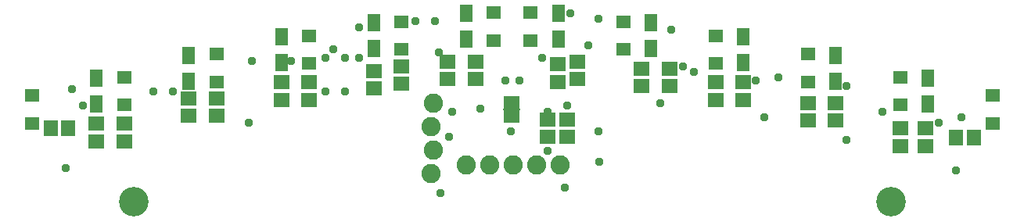
<source format=gbr>
G04 EAGLE Gerber RS-274X export*
G75*
%MOMM*%
%FSLAX34Y34*%
%LPD*%
%INSoldermask Bottom*%
%IPPOS*%
%AMOC8*
5,1,8,0,0,1.08239X$1,22.5*%
G01*
%ADD10C,2.082800*%
%ADD11R,1.453200X1.903200*%
%ADD12R,1.803200X1.503200*%
%ADD13R,1.603200X1.403200*%
%ADD14R,1.803400X1.371600*%
%ADD15R,1.828800X0.152400*%
%ADD16C,3.203200*%
%ADD17R,1.503200X1.803200*%
%ADD18C,0.959600*%


D10*
X500000Y320000D03*
X525400Y320000D03*
X550800Y320000D03*
X576200Y320000D03*
X601600Y320000D03*
D11*
X1000000Y386000D03*
X1000000Y414000D03*
D12*
X997500Y359500D03*
X997500Y340500D03*
D11*
X900000Y411000D03*
X900000Y439000D03*
D12*
X900000Y387000D03*
X900000Y368000D03*
D11*
X800000Y431000D03*
X800000Y459000D03*
D12*
X800000Y409500D03*
X800000Y390500D03*
D11*
X700000Y446000D03*
X700000Y474000D03*
D12*
X720000Y424500D03*
X720000Y405500D03*
D11*
X600000Y456000D03*
X600000Y484000D03*
D12*
X620000Y432000D03*
X620000Y413000D03*
D11*
X500000Y456000D03*
X500000Y484000D03*
D12*
X480000Y432000D03*
X480000Y413000D03*
D11*
X400000Y446000D03*
X400000Y474000D03*
D12*
X400000Y422000D03*
X400000Y403000D03*
D11*
X300000Y431000D03*
X300000Y459000D03*
D12*
X300000Y409500D03*
X300000Y390500D03*
D11*
X200000Y411000D03*
X200000Y439000D03*
D12*
X200000Y392000D03*
X200000Y373000D03*
D11*
X100000Y386000D03*
X100000Y414000D03*
D12*
X100000Y364500D03*
X100000Y345500D03*
D13*
X970000Y385000D03*
X970000Y415000D03*
D12*
X970000Y359500D03*
X970000Y340500D03*
D13*
X870000Y410000D03*
X870000Y440000D03*
D12*
X870000Y387000D03*
X870000Y368000D03*
D13*
X770000Y430000D03*
X770000Y460000D03*
D12*
X770000Y409500D03*
X770000Y390500D03*
D13*
X670000Y445000D03*
X670000Y475000D03*
D12*
X690000Y424500D03*
X690000Y405500D03*
D13*
X570000Y455000D03*
X570000Y485000D03*
D12*
X599144Y428952D03*
X599144Y409952D03*
D13*
X530000Y455000D03*
X530000Y485000D03*
D12*
X510000Y432000D03*
X510000Y413000D03*
D13*
X430000Y445000D03*
X430000Y475000D03*
D12*
X430000Y427000D03*
X430000Y408000D03*
D13*
X330000Y430000D03*
X330000Y460000D03*
D12*
X330000Y409500D03*
X330000Y390500D03*
D13*
X230000Y410000D03*
X230000Y440000D03*
D12*
X230000Y392000D03*
X230000Y373000D03*
D13*
X130000Y385000D03*
X130000Y415000D03*
D12*
X130000Y364500D03*
X130000Y345500D03*
X588392Y369388D03*
X588392Y350388D03*
X609352Y369388D03*
X609352Y350388D03*
D14*
X549224Y387948D03*
X549224Y372708D03*
D15*
X549224Y380328D03*
D16*
X960000Y280000D03*
X140000Y280000D03*
D13*
X1070000Y365000D03*
X1070000Y395000D03*
D17*
X1049500Y350000D03*
X1030500Y350000D03*
D13*
X30000Y365000D03*
X30000Y395000D03*
D17*
X50500Y360000D03*
X69500Y360000D03*
D10*
X462026Y310896D03*
X464566Y336296D03*
X462026Y361696D03*
X464566Y387096D03*
D18*
X542544Y411480D03*
X557784Y411480D03*
X606552Y295656D03*
X612648Y484632D03*
X384048Y469392D03*
X644088Y323088D03*
X265176Y365760D03*
X268224Y432816D03*
X67056Y316992D03*
X73152Y402336D03*
X161544Y399288D03*
X466344Y475488D03*
X472440Y289560D03*
X746760Y420624D03*
X710184Y387096D03*
X643128Y478536D03*
X838200Y414528D03*
X950976Y377952D03*
X1036320Y371856D03*
X1030224Y313944D03*
X911352Y347472D03*
X822960Y371856D03*
X356616Y445008D03*
X722376Y466344D03*
X481584Y350520D03*
X515112Y381000D03*
X484632Y377952D03*
X582360Y436056D03*
X643128Y356616D03*
X1011936Y365760D03*
X911352Y405384D03*
X813816Y411480D03*
X734568Y426720D03*
X632460Y449580D03*
X470624Y442128D03*
X384048Y435864D03*
X310896Y432816D03*
X182880Y399288D03*
X85344Y384048D03*
X588264Y377952D03*
X609600Y384048D03*
X588264Y335280D03*
X445008Y475488D03*
X347472Y399288D03*
X347472Y435864D03*
X548640Y356616D03*
X368808Y399288D03*
X368808Y435864D03*
M02*

</source>
